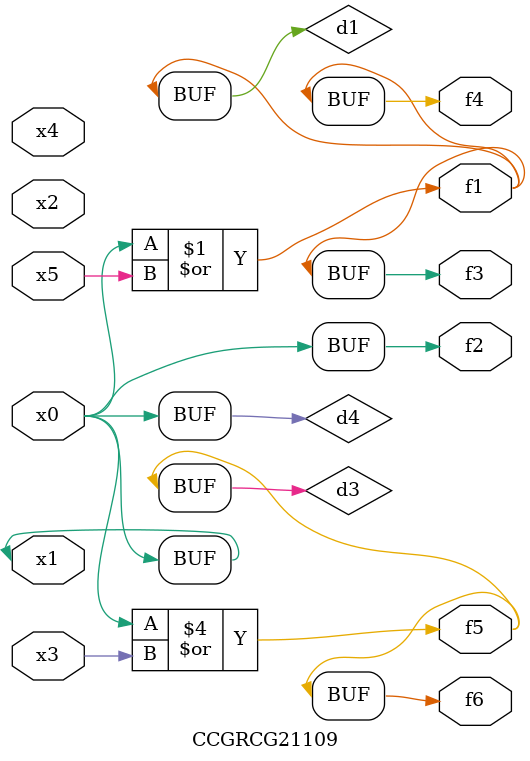
<source format=v>
module CCGRCG21109(
	input x0, x1, x2, x3, x4, x5,
	output f1, f2, f3, f4, f5, f6
);

	wire d1, d2, d3, d4;

	or (d1, x0, x5);
	xnor (d2, x1, x4);
	or (d3, x0, x3);
	buf (d4, x0, x1);
	assign f1 = d1;
	assign f2 = d4;
	assign f3 = d1;
	assign f4 = d1;
	assign f5 = d3;
	assign f6 = d3;
endmodule

</source>
